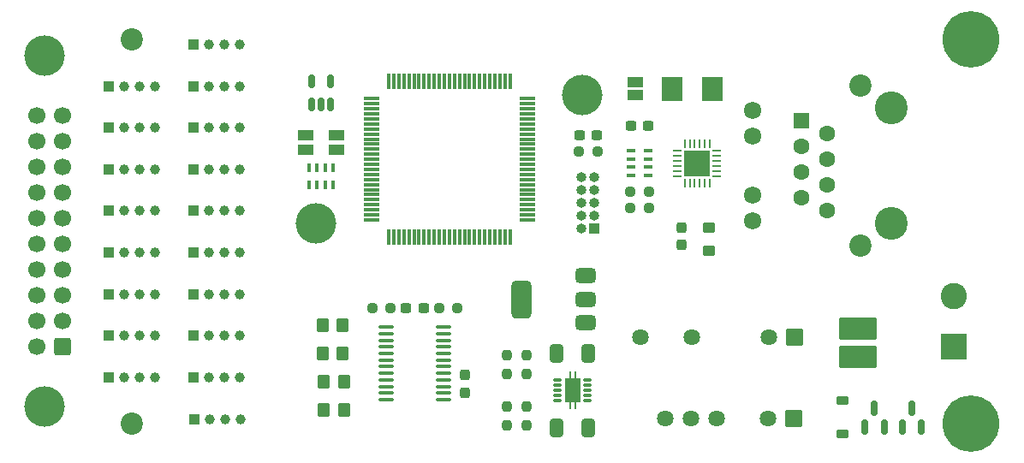
<source format=gbr>
G04 #@! TF.GenerationSoftware,KiCad,Pcbnew,8.0.1*
G04 #@! TF.CreationDate,2024-04-14T22:29:55+02:00*
G04 #@! TF.ProjectId,ETH16CDAQ1,45544831-3643-4444-9151-312e6b696361,rev?*
G04 #@! TF.SameCoordinates,Original*
G04 #@! TF.FileFunction,Soldermask,Top*
G04 #@! TF.FilePolarity,Negative*
%FSLAX46Y46*%
G04 Gerber Fmt 4.6, Leading zero omitted, Abs format (unit mm)*
G04 Created by KiCad (PCBNEW 8.0.1) date 2024-04-14 22:29:55*
%MOMM*%
%LPD*%
G01*
G04 APERTURE LIST*
G04 Aperture macros list*
%AMRoundRect*
0 Rectangle with rounded corners*
0 $1 Rounding radius*
0 $2 $3 $4 $5 $6 $7 $8 $9 X,Y pos of 4 corners*
0 Add a 4 corners polygon primitive as box body*
4,1,4,$2,$3,$4,$5,$6,$7,$8,$9,$2,$3,0*
0 Add four circle primitives for the rounded corners*
1,1,$1+$1,$2,$3*
1,1,$1+$1,$4,$5*
1,1,$1+$1,$6,$7*
1,1,$1+$1,$8,$9*
0 Add four rect primitives between the rounded corners*
20,1,$1+$1,$2,$3,$4,$5,0*
20,1,$1+$1,$4,$5,$6,$7,0*
20,1,$1+$1,$6,$7,$8,$9,0*
20,1,$1+$1,$8,$9,$2,$3,0*%
G04 Aperture macros list end*
%ADD10RoundRect,0.250000X-0.350000X0.275000X-0.350000X-0.275000X0.350000X-0.275000X0.350000X0.275000X0*%
%ADD11RoundRect,0.237500X-0.250000X-0.237500X0.250000X-0.237500X0.250000X0.237500X-0.250000X0.237500X0*%
%ADD12RoundRect,0.237500X-0.300000X-0.237500X0.300000X-0.237500X0.300000X0.237500X-0.300000X0.237500X0*%
%ADD13RoundRect,0.237500X0.237500X-0.250000X0.237500X0.250000X-0.237500X0.250000X-0.237500X-0.250000X0*%
%ADD14RoundRect,0.150000X0.150000X-0.587500X0.150000X0.587500X-0.150000X0.587500X-0.150000X-0.587500X0*%
%ADD15RoundRect,0.150000X0.150000X-0.512500X0.150000X0.512500X-0.150000X0.512500X-0.150000X-0.512500X0*%
%ADD16RoundRect,0.237500X0.300000X0.237500X-0.300000X0.237500X-0.300000X-0.237500X0.300000X-0.237500X0*%
%ADD17C,5.600000*%
%ADD18RoundRect,0.250000X-0.350000X-0.450000X0.350000X-0.450000X0.350000X0.450000X-0.350000X0.450000X0*%
%ADD19RoundRect,0.237500X-0.237500X0.250000X-0.237500X-0.250000X0.237500X-0.250000X0.237500X0.250000X0*%
%ADD20R,0.900000X0.400000*%
%ADD21RoundRect,0.237500X0.250000X0.237500X-0.250000X0.237500X-0.250000X-0.237500X0.250000X-0.237500X0*%
%ADD22R,1.000000X1.000000*%
%ADD23C,1.000000*%
%ADD24RoundRect,0.237500X-0.237500X0.300000X-0.237500X-0.300000X0.237500X-0.300000X0.237500X0.300000X0*%
%ADD25RoundRect,0.075000X-0.075000X0.725000X-0.075000X-0.725000X0.075000X-0.725000X0.075000X0.725000X0*%
%ADD26RoundRect,0.075000X-0.725000X0.075000X-0.725000X-0.075000X0.725000X-0.075000X0.725000X0.075000X0*%
%ADD27RoundRect,0.102000X1.750000X-1.025000X1.750000X1.025000X-1.750000X1.025000X-1.750000X-1.025000X0*%
%ADD28RoundRect,0.250000X0.600000X0.600000X-0.600000X0.600000X-0.600000X-0.600000X0.600000X-0.600000X0*%
%ADD29C,1.700000*%
%ADD30C,4.000000*%
%ADD31RoundRect,0.250000X-0.412500X-0.650000X0.412500X-0.650000X0.412500X0.650000X-0.412500X0.650000X0*%
%ADD32RoundRect,0.102000X0.715000X0.715000X-0.715000X0.715000X-0.715000X-0.715000X0.715000X-0.715000X0*%
%ADD33C,1.634000*%
%ADD34R,0.280000X0.280000*%
%ADD35O,0.850000X0.280000*%
%ADD36C,0.600000*%
%ADD37R,0.680000X1.050000*%
%ADD38R,0.260000X0.500000*%
%ADD39R,0.280000X0.700000*%
%ADD40R,1.650000X2.400000*%
%ADD41C,2.200000*%
%ADD42R,2.600000X2.600000*%
%ADD43C,2.600000*%
%ADD44R,0.400000X0.900000*%
%ADD45RoundRect,0.250000X0.350000X0.450000X-0.350000X0.450000X-0.350000X-0.450000X0.350000X-0.450000X0*%
%ADD46RoundRect,0.375000X0.625000X0.375000X-0.625000X0.375000X-0.625000X-0.375000X0.625000X-0.375000X0*%
%ADD47RoundRect,0.500000X0.500000X1.400000X-0.500000X1.400000X-0.500000X-1.400000X0.500000X-1.400000X0*%
%ADD48R,1.500000X1.100000*%
%ADD49RoundRect,0.100000X-0.637500X-0.100000X0.637500X-0.100000X0.637500X0.100000X-0.637500X0.100000X0*%
%ADD50RoundRect,0.062500X-0.062500X0.375000X-0.062500X-0.375000X0.062500X-0.375000X0.062500X0.375000X0*%
%ADD51RoundRect,0.062500X-0.375000X0.062500X-0.375000X-0.062500X0.375000X-0.062500X0.375000X0.062500X0*%
%ADD52R,2.500000X2.500000*%
%ADD53C,3.250000*%
%ADD54RoundRect,0.248000X0.552000X-0.552000X0.552000X0.552000X-0.552000X0.552000X-0.552000X-0.552000X0*%
%ADD55C,1.600000*%
%ADD56C,1.720000*%
%ADD57RoundRect,0.237500X0.237500X-0.300000X0.237500X0.300000X-0.237500X0.300000X-0.237500X-0.300000X0*%
%ADD58R,1.500000X1.000000*%
%ADD59RoundRect,0.225000X0.375000X-0.225000X0.375000X0.225000X-0.375000X0.225000X-0.375000X-0.225000X0*%
%ADD60O,1.000000X1.000000*%
%ADD61R,2.000000X2.400000*%
G04 APERTURE END LIST*
D10*
G04 #@! TO.C,FB301*
X170561000Y-100069000D03*
X170561000Y-102369000D03*
G04 #@! TD*
D11*
G04 #@! TO.C,R302*
X162790500Y-98171000D03*
X164615500Y-98171000D03*
G04 #@! TD*
D12*
G04 #@! TO.C,C212*
X157760500Y-90932000D03*
X159485500Y-90932000D03*
G04 #@! TD*
D13*
G04 #@! TO.C,R503*
X152527000Y-119657500D03*
X152527000Y-117832500D03*
G04 #@! TD*
D14*
G04 #@! TO.C,Q502*
X185994000Y-119809500D03*
X187894000Y-119809500D03*
X186944000Y-117934500D03*
G04 #@! TD*
D15*
G04 #@! TO.C,U201*
X131257000Y-87878500D03*
X132207000Y-87878500D03*
X133157000Y-87878500D03*
X133157000Y-85603500D03*
X131257000Y-85603500D03*
G04 #@! TD*
D16*
G04 #@! TO.C,C405*
X142340500Y-108077000D03*
X140615500Y-108077000D03*
G04 #@! TD*
D17*
G04 #@! TO.C,H101*
X196500000Y-81500000D03*
G04 #@! TD*
D18*
G04 #@! TO.C,R401*
X132350000Y-112522000D03*
X134350000Y-112522000D03*
G04 #@! TD*
D19*
G04 #@! TO.C,R504*
X150622000Y-117832500D03*
X150622000Y-119657500D03*
G04 #@! TD*
D13*
G04 #@! TO.C,R506*
X152527000Y-114577500D03*
X152527000Y-112752500D03*
G04 #@! TD*
D20*
G04 #@! TO.C,RN301*
X162853000Y-92526000D03*
X162853000Y-93326000D03*
X162853000Y-94126000D03*
X162853000Y-94926000D03*
X164553000Y-94926000D03*
X164553000Y-94126000D03*
X164553000Y-93326000D03*
X164553000Y-92526000D03*
G04 #@! TD*
D21*
G04 #@! TO.C,R202*
X159535500Y-92583000D03*
X157710500Y-92583000D03*
G04 #@! TD*
D22*
G04 #@! TO.C,K415*
X119634000Y-110794800D03*
D23*
X121154000Y-110794800D03*
X122674000Y-110794800D03*
X124194000Y-110794800D03*
G04 #@! TD*
D18*
G04 #@! TO.C,R402*
X132477000Y-115316000D03*
X134477000Y-115316000D03*
G04 #@! TD*
D24*
G04 #@! TO.C,C307*
X167894000Y-100102500D03*
X167894000Y-101827500D03*
G04 #@! TD*
D25*
G04 #@! TO.C,U202*
X150907000Y-85670000D03*
X150407000Y-85670000D03*
X149907000Y-85670000D03*
X149407000Y-85670000D03*
X148907000Y-85670000D03*
X148407000Y-85670000D03*
X147907000Y-85670000D03*
X147407000Y-85670000D03*
X146907000Y-85670000D03*
X146407000Y-85670000D03*
X145907000Y-85670000D03*
X145407000Y-85670000D03*
X144907000Y-85670000D03*
X144407000Y-85670000D03*
X143907000Y-85670000D03*
X143407000Y-85670000D03*
X142907000Y-85670000D03*
X142407000Y-85670000D03*
X141907000Y-85670000D03*
X141407000Y-85670000D03*
X140907000Y-85670000D03*
X140407000Y-85670000D03*
X139907000Y-85670000D03*
X139407000Y-85670000D03*
X138907000Y-85670000D03*
D26*
X137232000Y-87345000D03*
X137232000Y-87845000D03*
X137232000Y-88345000D03*
X137232000Y-88845000D03*
X137232000Y-89345000D03*
X137232000Y-89845000D03*
X137232000Y-90345000D03*
X137232000Y-90845000D03*
X137232000Y-91345000D03*
X137232000Y-91845000D03*
X137232000Y-92345000D03*
X137232000Y-92845000D03*
X137232000Y-93345000D03*
X137232000Y-93845000D03*
X137232000Y-94345000D03*
X137232000Y-94845000D03*
X137232000Y-95345000D03*
X137232000Y-95845000D03*
X137232000Y-96345000D03*
X137232000Y-96845000D03*
X137232000Y-97345000D03*
X137232000Y-97845000D03*
X137232000Y-98345000D03*
X137232000Y-98845000D03*
X137232000Y-99345000D03*
D25*
X138907000Y-101020000D03*
X139407000Y-101020000D03*
X139907000Y-101020000D03*
X140407000Y-101020000D03*
X140907000Y-101020000D03*
X141407000Y-101020000D03*
X141907000Y-101020000D03*
X142407000Y-101020000D03*
X142907000Y-101020000D03*
X143407000Y-101020000D03*
X143907000Y-101020000D03*
X144407000Y-101020000D03*
X144907000Y-101020000D03*
X145407000Y-101020000D03*
X145907000Y-101020000D03*
X146407000Y-101020000D03*
X146907000Y-101020000D03*
X147407000Y-101020000D03*
X147907000Y-101020000D03*
X148407000Y-101020000D03*
X148907000Y-101020000D03*
X149407000Y-101020000D03*
X149907000Y-101020000D03*
X150407000Y-101020000D03*
X150907000Y-101020000D03*
D26*
X152582000Y-99345000D03*
X152582000Y-98845000D03*
X152582000Y-98345000D03*
X152582000Y-97845000D03*
X152582000Y-97345000D03*
X152582000Y-96845000D03*
X152582000Y-96345000D03*
X152582000Y-95845000D03*
X152582000Y-95345000D03*
X152582000Y-94845000D03*
X152582000Y-94345000D03*
X152582000Y-93845000D03*
X152582000Y-93345000D03*
X152582000Y-92845000D03*
X152582000Y-92345000D03*
X152582000Y-91845000D03*
X152582000Y-91345000D03*
X152582000Y-90845000D03*
X152582000Y-90345000D03*
X152582000Y-89845000D03*
X152582000Y-89345000D03*
X152582000Y-88845000D03*
X152582000Y-88345000D03*
X152582000Y-87845000D03*
X152582000Y-87345000D03*
G04 #@! TD*
D27*
G04 #@! TO.C,L501*
X185293000Y-112881000D03*
X185293000Y-110131000D03*
G04 #@! TD*
D28*
G04 #@! TO.C,J401*
X106680000Y-111887000D03*
D29*
X104140000Y-111887000D03*
X106680000Y-109347000D03*
X104140000Y-109347000D03*
X106680000Y-106807000D03*
X104140000Y-106807000D03*
X106680000Y-104267000D03*
X104140000Y-104267000D03*
X106680000Y-101727000D03*
X104140000Y-101727000D03*
X106680000Y-99187000D03*
X104140000Y-99187000D03*
X106680000Y-96647000D03*
X104140000Y-96647000D03*
X106680000Y-94107000D03*
X104140000Y-94107000D03*
X106680000Y-91567000D03*
X104140000Y-91567000D03*
X106680000Y-89027000D03*
X104140000Y-89027000D03*
D30*
X104880000Y-117792000D03*
X104880000Y-83122000D03*
G04 #@! TD*
D22*
G04 #@! TO.C,K404*
X111256000Y-102565200D03*
D23*
X112776000Y-102565200D03*
X114296000Y-102565200D03*
X115816000Y-102565200D03*
G04 #@! TD*
D31*
G04 #@! TO.C,C513*
X155536500Y-112522000D03*
X158661500Y-112522000D03*
G04 #@! TD*
D22*
G04 #@! TO.C,K402*
X111256000Y-110794800D03*
D23*
X112776000Y-110794800D03*
X114296000Y-110794800D03*
X115816000Y-110794800D03*
G04 #@! TD*
D32*
G04 #@! TO.C,U502*
X179021000Y-110967000D03*
D33*
X176481000Y-110967000D03*
X168861000Y-110967000D03*
X163781000Y-110967000D03*
G04 #@! TD*
D34*
G04 #@! TO.C,U504*
X158859000Y-117205000D03*
D35*
X158574000Y-117205000D03*
D34*
X158859000Y-116705000D03*
D35*
X158574000Y-116705000D03*
D34*
X158859000Y-116205000D03*
D35*
X158574000Y-116205000D03*
D34*
X158859000Y-115705000D03*
D35*
X158574000Y-115705000D03*
D34*
X158859000Y-115205000D03*
D35*
X158574000Y-115205000D03*
X155624000Y-115205000D03*
D34*
X155339000Y-115205000D03*
D35*
X155624000Y-115705000D03*
D34*
X155339000Y-115705000D03*
D35*
X155624000Y-116205000D03*
D34*
X155339000Y-116205000D03*
D35*
X155624000Y-116705000D03*
D34*
X155339000Y-116705000D03*
D35*
X155624000Y-117205000D03*
D34*
X155339000Y-117205000D03*
D36*
X157599000Y-116955000D03*
X157599000Y-115455000D03*
D37*
X157549000Y-116840000D03*
X157549000Y-115570000D03*
D38*
X157349000Y-117835000D03*
D39*
X157349000Y-117755000D03*
X157349000Y-114655000D03*
D38*
X157349000Y-114575000D03*
D36*
X157099000Y-116205000D03*
D40*
X157099000Y-116205000D03*
D38*
X156849000Y-117835000D03*
D39*
X156849000Y-117755000D03*
X156849000Y-114655000D03*
D38*
X156849000Y-114575000D03*
D37*
X156649000Y-116840000D03*
X156649000Y-115570000D03*
D36*
X156599000Y-116955000D03*
X156599000Y-115455000D03*
G04 #@! TD*
D41*
G04 #@! TO.C,H103*
X113500000Y-81500000D03*
G04 #@! TD*
D42*
G04 #@! TO.C,J501*
X194818000Y-111887000D03*
D43*
X194818000Y-106887000D03*
G04 #@! TD*
D14*
G04 #@! TO.C,Q501*
X189677000Y-119809500D03*
X191577000Y-119809500D03*
X190627000Y-117934500D03*
G04 #@! TD*
D44*
G04 #@! TO.C,RN201*
X131007000Y-95846000D03*
X131807000Y-95846000D03*
X132607000Y-95846000D03*
X133407000Y-95846000D03*
X133407000Y-94146000D03*
X132607000Y-94146000D03*
X131807000Y-94146000D03*
X131007000Y-94146000D03*
G04 #@! TD*
D22*
G04 #@! TO.C,K412*
X119634000Y-98450400D03*
D23*
X121154000Y-98450400D03*
X122674000Y-98450400D03*
X124194000Y-98450400D03*
G04 #@! TD*
D45*
G04 #@! TO.C,R403*
X134350000Y-109728000D03*
X132350000Y-109728000D03*
G04 #@! TD*
D46*
G04 #@! TO.C,U503*
X158344000Y-109488000D03*
X158344000Y-107188000D03*
D47*
X152044000Y-107188000D03*
D46*
X158344000Y-104888000D03*
G04 #@! TD*
D22*
G04 #@! TO.C,K407*
X111256000Y-90229800D03*
D23*
X112776000Y-90229800D03*
X114296000Y-90229800D03*
X115816000Y-90229800D03*
G04 #@! TD*
D32*
G04 #@! TO.C,U501*
X178945200Y-118951000D03*
D33*
X176405200Y-118951000D03*
X171325200Y-118951000D03*
X168785200Y-118951000D03*
X166245200Y-118951000D03*
G04 #@! TD*
D30*
G04 #@! TO.C,HS101*
X158067000Y-87025000D03*
X131747000Y-99665000D03*
G04 #@! TD*
D48*
G04 #@! TO.C,D201*
X130707000Y-90944000D03*
X133707000Y-90944000D03*
X133707000Y-92444000D03*
X130707000Y-92444000D03*
G04 #@! TD*
D49*
G04 #@! TO.C,U401*
X138615500Y-109963000D03*
X138615500Y-110613000D03*
X138615500Y-111263000D03*
X138615500Y-111913000D03*
X138615500Y-112563000D03*
X138615500Y-113213000D03*
X138615500Y-113863000D03*
X138615500Y-114513000D03*
X138615500Y-115163000D03*
X138615500Y-115813000D03*
X138615500Y-116463000D03*
X138615500Y-117113000D03*
X144340500Y-117113000D03*
X144340500Y-116463000D03*
X144340500Y-115813000D03*
X144340500Y-115163000D03*
X144340500Y-114513000D03*
X144340500Y-113863000D03*
X144340500Y-113213000D03*
X144340500Y-112563000D03*
X144340500Y-111913000D03*
X144340500Y-111263000D03*
X144340500Y-110613000D03*
X144340500Y-109963000D03*
G04 #@! TD*
D50*
G04 #@! TO.C,U301*
X170668000Y-91834500D03*
X170168000Y-91834500D03*
X169668000Y-91834500D03*
X169168000Y-91834500D03*
X168668000Y-91834500D03*
X168168000Y-91834500D03*
D51*
X167480500Y-92522000D03*
X167480500Y-93022000D03*
X167480500Y-93522000D03*
X167480500Y-94022000D03*
X167480500Y-94522000D03*
X167480500Y-95022000D03*
D50*
X168168000Y-95709500D03*
X168668000Y-95709500D03*
X169168000Y-95709500D03*
X169668000Y-95709500D03*
X170168000Y-95709500D03*
X170668000Y-95709500D03*
D51*
X171355500Y-95022000D03*
X171355500Y-94522000D03*
X171355500Y-94022000D03*
X171355500Y-93522000D03*
X171355500Y-93022000D03*
X171355500Y-92522000D03*
D52*
X169418000Y-93772000D03*
G04 #@! TD*
D13*
G04 #@! TO.C,R505*
X150622000Y-114577500D03*
X150622000Y-112752500D03*
G04 #@! TD*
D16*
G04 #@! TO.C,C306*
X164565500Y-90043000D03*
X162840500Y-90043000D03*
G04 #@! TD*
D53*
G04 #@! TO.C,J301*
X188580000Y-88265000D03*
X188580000Y-99695000D03*
D54*
X179690000Y-89535000D03*
D55*
X182230000Y-90805000D03*
X179690000Y-92075000D03*
X182230000Y-93345000D03*
X179690000Y-94615000D03*
X182230000Y-95885000D03*
X179690000Y-97155000D03*
X182230000Y-98425000D03*
D56*
X174860000Y-88515000D03*
X174860000Y-91055000D03*
X174860000Y-96905000D03*
X174860000Y-99445000D03*
D41*
X185530000Y-86080000D03*
X185530000Y-101880000D03*
G04 #@! TD*
D22*
G04 #@! TO.C,K403*
X111256000Y-106680000D03*
D23*
X112776000Y-106680000D03*
X114296000Y-106680000D03*
X115816000Y-106680000D03*
G04 #@! TD*
D22*
G04 #@! TO.C,K416*
X119637600Y-114909600D03*
D23*
X121157600Y-114909600D03*
X122677600Y-114909600D03*
X124197600Y-114909600D03*
G04 #@! TD*
D22*
G04 #@! TO.C,K405*
X111256000Y-98450400D03*
D23*
X112776000Y-98450400D03*
X114296000Y-98450400D03*
X115816000Y-98450400D03*
G04 #@! TD*
D22*
G04 #@! TO.C,K410*
X119634000Y-90220800D03*
D23*
X121154000Y-90220800D03*
X122674000Y-90220800D03*
X124194000Y-90220800D03*
G04 #@! TD*
D22*
G04 #@! TO.C,K409*
X119634000Y-86106000D03*
D23*
X121154000Y-86106000D03*
X122674000Y-86106000D03*
X124194000Y-86106000D03*
G04 #@! TD*
D22*
G04 #@! TO.C,K411*
X119637600Y-94335600D03*
D23*
X121157600Y-94335600D03*
X122677600Y-94335600D03*
X124197600Y-94335600D03*
G04 #@! TD*
D22*
G04 #@! TO.C,K418*
X119662500Y-119041900D03*
D23*
X121182500Y-119041900D03*
X122702500Y-119041900D03*
X124222500Y-119041900D03*
G04 #@! TD*
D22*
G04 #@! TO.C,K408*
X111256000Y-86106000D03*
D23*
X112776000Y-86106000D03*
X114296000Y-86106000D03*
X115816000Y-86106000D03*
G04 #@! TD*
D22*
G04 #@! TO.C,K413*
X119634000Y-102565200D03*
D23*
X121154000Y-102565200D03*
X122674000Y-102565200D03*
X124194000Y-102565200D03*
G04 #@! TD*
D11*
G04 #@! TO.C,R301*
X162790500Y-96520000D03*
X164615500Y-96520000D03*
G04 #@! TD*
D22*
G04 #@! TO.C,K414*
X119637600Y-106680000D03*
D23*
X121157600Y-106680000D03*
X122677600Y-106680000D03*
X124197600Y-106680000D03*
G04 #@! TD*
D45*
G04 #@! TO.C,R404*
X134477000Y-118110000D03*
X132477000Y-118110000D03*
G04 #@! TD*
D22*
G04 #@! TO.C,K406*
X111256000Y-94335600D03*
D23*
X112776000Y-94335600D03*
X114296000Y-94335600D03*
X115816000Y-94335600D03*
G04 #@! TD*
D57*
G04 #@! TO.C,C403*
X146431000Y-116432500D03*
X146431000Y-114707500D03*
G04 #@! TD*
D58*
G04 #@! TO.C,JP201*
X163322000Y-85710000D03*
X163322000Y-87010000D03*
G04 #@! TD*
D59*
G04 #@! TO.C,D502*
X183769000Y-120522000D03*
X183769000Y-117222000D03*
G04 #@! TD*
D22*
G04 #@! TO.C,J201*
X159248000Y-100189500D03*
D60*
X157978000Y-100189500D03*
X159248000Y-98919500D03*
X157978000Y-98919500D03*
X159248000Y-97649500D03*
X157978000Y-97649500D03*
X159248000Y-96379500D03*
X157978000Y-96379500D03*
X159248000Y-95109500D03*
X157978000Y-95109500D03*
G04 #@! TD*
D21*
G04 #@! TO.C,R405*
X145692500Y-108077000D03*
X143867500Y-108077000D03*
G04 #@! TD*
D11*
G04 #@! TO.C,R406*
X137263500Y-108077000D03*
X139088500Y-108077000D03*
G04 #@! TD*
D17*
G04 #@! TO.C,H102*
X196500000Y-119500000D03*
G04 #@! TD*
D22*
G04 #@! TO.C,K401*
X111256000Y-114909600D03*
D23*
X112776000Y-114909600D03*
X114296000Y-114909600D03*
X115816000Y-114909600D03*
G04 #@! TD*
D41*
G04 #@! TO.C,H104*
X113500000Y-119500000D03*
G04 #@! TD*
D61*
G04 #@! TO.C,Y301*
X170910000Y-86360000D03*
X166910000Y-86360000D03*
G04 #@! TD*
D31*
G04 #@! TO.C,C512*
X155536500Y-119888000D03*
X158661500Y-119888000D03*
G04 #@! TD*
D22*
G04 #@! TO.C,K417*
X119611700Y-81957900D03*
D23*
X121131700Y-81957900D03*
X122651700Y-81957900D03*
X124171700Y-81957900D03*
G04 #@! TD*
M02*

</source>
